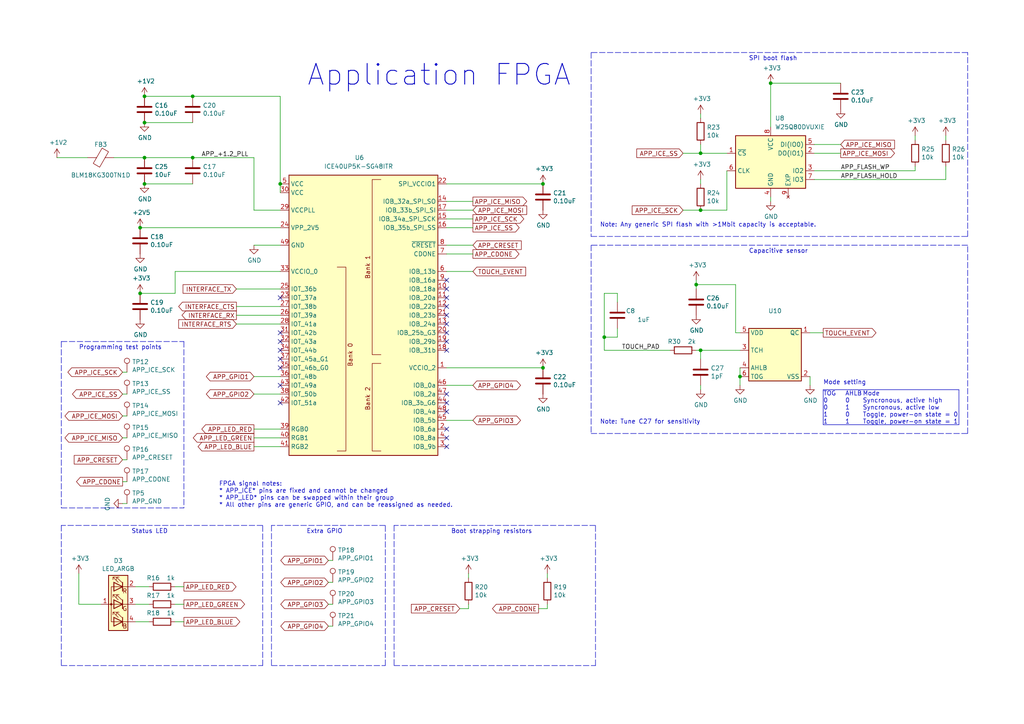
<source format=kicad_sch>
(kicad_sch (version 20211123) (generator eeschema)
  (paper "A4")
  (title_block (title "Application FPGA") (date "2021-11-14") (rev "V1") (company "Tillitis AB") (comment 1 "2022"))
  (lib_symbols
    (symbol "Connector:TestPoint" (pin_numbers hide) (pin_names (offset 0.762) hide)
      (property "Reference" "TP" (at 0 6.858 0))
      (property "Value" "TestPoint" (at 0 5.08 0))
      (symbol "TestPoint_0_1"
        (circle (center 0 3.302) (radius 0.762))
      )
      (symbol "TestPoint_1_1"
        (pin passive line (at 0 0 90) (length 2.54) (name "1") (number "1"))
      )
    )
    (symbol "Device:C" (pin_numbers hide) (pin_names (offset 0.254))
      (property "Reference" "C" (at 0.635 2.54 0))
      (property "Value" "C" (at 0.635 -2.54 0))
      (symbol "C_0_1"
        (polyline (pts (xy -2.032 -0.762) (xy 2.032 -0.762)) (stroke (width 0.508)))
        (polyline (pts (xy -2.032 0.762) (xy 2.032 0.762)) (stroke (width 0.508)))
      )
      (symbol "C_1_1"
        (pin passive line (at 0 3.81 270) (length 2.794) (name "~") (number "1"))
        (pin passive line (at 0 -3.81 90) (length 2.794) (name "~") (number "2"))
      )
    )
    (symbol "Device:R" (pin_numbers hide) (pin_names (offset 0))
      (property "Reference" "R" (at 2.032 0 90))
      (property "Value" "R" (at 0 0 90))
      (symbol "R_0_1"
        (rectangle (start -1.016 -2.54) (end 1.016 2.54) (stroke (width 0.254)))
      )
      (symbol "R_1_1"
        (pin passive line (at 0 3.81 270) (length 1.27) (name "~") (number "1"))
        (pin passive line (at 0 -3.81 90) (length 1.27) (name "~") (number "2"))
      )
    )
    (symbol "mta1:FC-B1010RGBT-HG" (pin_names (offset 0) hide)
      (property "Reference" "D" (at 0 9.398 0))
      (property "Value" "FC-B1010RGBT-HG" (at 0 -8.89 0))
      (symbol "FC-B1010RGBT-HG_0_0"
        (text "B" (at -1.905 -6.35 0) (effects (font (size 1.27 1.27))))
        (text "G" (at -1.905 -1.27 0) (effects (font (size 1.27 1.27))))
        (text "R" (at -1.905 3.81 0) (effects (font (size 1.27 1.27))))
      )
      (symbol "FC-B1010RGBT-HG_0_1"
        (polyline (pts (xy -1.27 -5.08) (xy -2.54 -5.08)))
        (polyline (pts (xy -1.27 -5.08) (xy 1.27 -5.08)))
        (polyline (pts (xy -1.27 -3.81) (xy -1.27 -6.35)) (stroke (width 0.254)))
        (polyline (pts (xy -1.27 0) (xy -2.54 0)))
        (polyline (pts (xy -1.27 1.27) (xy -1.27 -1.27)) (stroke (width 0.254)))
        (polyline (pts (xy -1.27 5.08) (xy -2.54 5.08)))
        (polyline (pts (xy -1.27 5.08) (xy 1.27 5.08)))
        (polyline (pts (xy -1.27 6.35) (xy -1.27 3.81)) (stroke (width 0.254)))
        (polyline (pts (xy 1.27 0) (xy -1.27 0)))
        (polyline (pts (xy 1.27 0) (xy 2.54 0)))
        (polyline (pts (xy -1.27 1.27) (xy -1.27 -1.27) (xy -1.27 -1.27)))
        (polyline (pts (xy -1.27 6.35) (xy -1.27 3.81) (xy -1.27 3.81)))
        (polyline (pts (xy 1.27 -5.08) (xy 2.032 -5.08) (xy 2.032 5.08) (xy 1.27 5.08)))
        (polyline (pts (xy 1.27 -3.81) (xy 1.27 -6.35) (xy -1.27 -5.08) (xy 1.27 -3.81)) (stroke (width 0.254)))
        (polyline (pts (xy 1.27 1.27) (xy 1.27 -1.27) (xy -1.27 0) (xy 1.27 1.27)) (stroke (width 0.254)))
        (polyline (pts (xy 1.27 6.35) (xy 1.27 3.81) (xy -1.27 5.08) (xy 1.27 6.35)) (stroke (width 0.254)))
        (polyline (pts (xy -1.016 -3.81) (xy 0.508 -2.286) (xy -0.254 -2.286) (xy 0.508 -2.286) (xy 0.508 -3.048)))
        (polyline (pts (xy -1.016 1.27) (xy 0.508 2.794) (xy -0.254 2.794) (xy 0.508 2.794) (xy 0.508 2.032)))
        (polyline (pts (xy -1.016 6.35) (xy 0.508 7.874) (xy -0.254 7.874) (xy 0.508 7.874) (xy 0.508 7.112)))
        (polyline (pts (xy 0 -3.81) (xy 1.524 -2.286) (xy 0.762 -2.286) (xy 1.524 -2.286) (xy 1.524 -3.048)))
        (polyline (pts (xy 0 1.27) (xy 1.524 2.794) (xy 0.762 2.794) (xy 1.524 2.794) (xy 1.524 2.032)))
        (polyline (pts (xy 0 6.35) (xy 1.524 7.874) (xy 0.762 7.874) (xy 1.524 7.874) (xy 1.524 7.112)))
        (rectangle (start 1.27 -1.27) (end 1.27 1.27))
        (rectangle (start 1.27 1.27) (end 1.27 1.27))
        (rectangle (start 1.27 3.81) (end 1.27 6.35))
        (rectangle (start 1.27 6.35) (end 1.27 6.35))
        (circle (center 2.032 0) (radius 0.254) (fill (type outline)))
        (rectangle (start 2.794 8.382) (end -2.794 -7.62) (stroke (width 0.254)) (fill (type background)))
      )
      (symbol "FC-B1010RGBT-HG_1_1"
        (pin passive line (at 5.08 0 180) (length 2.54) (name "A") (number "1"))
        (pin passive line (at -5.08 5.08 0) (length 2.54) (name "RK") (number "2"))
        (pin passive line (at -5.08 0 0) (length 2.54) (name "GK") (number "3"))
        (pin passive line (at -5.08 -5.08 0) (length 2.54) (name "BK") (number "4"))
      )
    )
    (symbol "mta1:Ferrite_Bead-Device" (pin_numbers hide) (pin_names (offset 0))
      (property "Reference" "FB" (at -3.81 0.635 90))
      (property "Value" "Ferrite_Bead-Device" (at 3.81 0 90))
      (symbol "Ferrite_Bead-Device_0_1"
        (polyline (pts (xy 0 -1.27) (xy 0 -1.2192)))
        (polyline (pts (xy 0 1.27) (xy 0 1.2954)))
        (polyline (pts (xy -2.7686 0.4064) (xy -1.7018 2.2606) (xy 2.7686 -0.3048) (xy 1.6764 -2.159) (xy -2.7686 0.4064)))
      )
      (symbol "Ferrite_Bead-Device_1_1"
        (pin passive line (at 0 3.81 270) (length 2.54) (name "~") (number "1"))
        (pin passive line (at 0 -3.81 90) (length 2.54) (name "~") (number "2"))
      )
    )
    (symbol "mta1:ICE40UP5K-SG48ITR"
      (property "Reference" "U" (at -24.13 -44.45 0))
      (property "Value" "ICE40UP5K-SG48ITR" (at -15.24 -46.99 0))
      (symbol "ICE40UP5K-SG48ITR_0_0"
        (polyline (pts (xy -6.35 13.97) (xy -3.81 13.97) (xy -3.81 -39.37) (xy -6.35 -39.37)))
        (polyline (pts (xy 6.35 -39.37) (xy 3.81 -39.37) (xy 3.81 -13.97) (xy 6.35 -13.97)))
        (polyline (pts (xy 6.35 -11.43) (xy 3.81 -11.43) (xy 3.81 39.37) (xy 6.35 39.37)))
        (text "Bank 0" (at -2.54 -11.43 900) (effects (font (size 1.27 1.27))))
        (text "Bank 1" (at 2.54 13.97 900) (effects (font (size 1.27 1.27))))
        (text "Bank 2" (at 2.54 -24.13 900) (effects (font (size 1.27 1.27))))
      )
      (symbol "ICE40UP5K-SG48ITR_1_1"
        (rectangle (start -20.32 40.64) (end 22.86 -40.64) (stroke (width 0.254)) (fill (type background)))
        (pin power_in line (at 25.4 -15.24 180) (length 2.54) (name "VCCIO_2") (number "1"))
        (pin bidirectional line (at 25.4 7.62 180) (length 2.54) (name "IOB_18a") (number "10"))
        (pin bidirectional line (at 25.4 5.08 180) (length 2.54) (name "IOB_20a") (number "11"))
        (pin bidirectional line (at 25.4 2.54 180) (length 2.54) (name "IOB_22b") (number "12"))
        (pin bidirectional line (at 25.4 -2.54 180) (length 2.54) (name "IOB_24a") (number "13"))
        (pin bidirectional line (at 25.4 33.02 180) (length 2.54) (name "IOB_32a_SPI_SO") (number "14"))
        (pin bidirectional line (at 25.4 27.94 180) (length 2.54) (name "IOB_34a_SPI_SCK") (number "15"))
        (pin bidirectional line (at 25.4 25.4 180) (length 2.54) (name "IOB_35b_SPI_SS") (number "16"))
        (pin bidirectional line (at 25.4 30.48 180) (length 2.54) (name "IOB_33b_SPI_SI") (number "17"))
        (pin bidirectional line (at 25.4 -10.16 180) (length 2.54) (name "IOB_31b") (number "18"))
        (pin bidirectional line (at 25.4 -7.62 180) (length 2.54) (name "IOB_29b") (number "19"))
        (pin bidirectional line (at 25.4 -33.02 180) (length 2.54) (name "IOB_6a") (number "2"))
        (pin bidirectional line (at 25.4 -5.08 180) (length 2.54) (name "IOB_25b_G3") (number "20"))
        (pin bidirectional line (at 25.4 0 180) (length 2.54) (name "IOB_23b") (number "21"))
        (pin power_in line (at 25.4 38.1 180) (length 2.54) (name "SPI_VCCIO1") (number "22"))
        (pin bidirectional line (at -22.86 5.08 0) (length 2.54) (name "IOT_37a") (number "23"))
        (pin power_in line (at -22.86 25.4 0) (length 2.54) (name "VPP_2V5") (number "24"))
        (pin bidirectional line (at -22.86 7.62 0) (length 2.54) (name "IOT_36b") (number "25"))
        (pin bidirectional line (at -22.86 0 0) (length 2.54) (name "IOT_39a") (number "26"))
        (pin bidirectional line (at -22.86 2.54 0) (length 2.54) (name "IOT_38b") (number "27"))
        (pin bidirectional line (at -22.86 -2.54 0) (length 2.54) (name "IOT_41a") (number "28"))
        (pin power_in line (at -22.86 30.48 0) (length 2.54) (name "VCCPLL") (number "29"))
        (pin bidirectional line (at 25.4 -38.1 180) (length 2.54) (name "IOB_9b") (number "3"))
        (pin power_in line (at -22.86 35.56 0) (length 2.54) (name "VCC") (number "30"))
        (pin bidirectional line (at -22.86 -5.08 0) (length 2.54) (name "IOT_42b") (number "31"))
        (pin bidirectional line (at -22.86 -7.62 0) (length 2.54) (name "IOT_43a") (number "32"))
        (pin power_in line (at -22.86 12.7 0) (length 2.54) (name "VCCIO_0") (number "33"))
        (pin bidirectional line (at -22.86 -10.16 0) (length 2.54) (name "IOT_44b") (number "34"))
        (pin bidirectional line (at -22.86 -15.24 0) (length 2.54) (name "IOT_46b_G0") (number "35"))
        (pin bidirectional line (at -22.86 -17.78 0) (length 2.54) (name "IOT_48b") (number "36"))
        (pin bidirectional line (at -22.86 -12.7 0) (length 2.54) (name "IOT_45a_G1") (number "37"))
        (pin bidirectional line (at -22.86 -22.86 0) (length 2.54) (name "IOT_50b") (number "38"))
        (pin open_collector line (at -22.86 -33.02 0) (length 2.54) (name "RGB0") (number "39"))
        (pin bidirectional line (at 25.4 -35.56 180) (length 2.54) (name "IOB_8a") (number "4"))
        (pin open_collector line (at -22.86 -35.56 0) (length 2.54) (name "RGB1") (number "40"))
        (pin open_collector line (at -22.86 -38.1 0) (length 2.54) (name "RGB2") (number "41"))
        (pin bidirectional line (at -22.86 -25.4 0) (length 2.54) (name "IOT_51a") (number "42"))
        (pin bidirectional line (at -22.86 -20.32 0) (length 2.54) (name "IOT_49a") (number "43"))
        (pin bidirectional line (at 25.4 -25.4 180) (length 2.54) (name "IOB_3b_G6") (number "44"))
        (pin bidirectional line (at 25.4 -30.48 180) (length 2.54) (name "IOB_5b") (number "45"))
        (pin bidirectional line (at 25.4 -20.32 180) (length 2.54) (name "IOB_0a") (number "46"))
        (pin bidirectional line (at 25.4 -22.86 180) (length 2.54) (name "IOB_2a") (number "47"))
        (pin bidirectional line (at 25.4 -27.94 180) (length 2.54) (name "IOB_4a") (number "48"))
        (pin power_in line (at -22.86 20.32 0) (length 2.54) (name "GND") (number "49"))
        (pin power_in line (at -22.86 38.1 0) (length 2.54) (name "VCC") (number "5"))
        (pin bidirectional line (at 25.4 12.7 180) (length 2.54) (name "IOB_13b") (number "6"))
        (pin open_collector line (at 25.4 17.78 180) (length 2.54) (name "CDONE") (number "7"))
        (pin input line (at 25.4 20.32 180) (length 2.54) (name "~{CRESET}") (number "8"))
        (pin bidirectional line (at 25.4 10.16 180) (length 2.54) (name "IOB_16a") (number "9"))
      )
    )
    (symbol "mta1:PT2043AT6"
      (property "Reference" "U" (at -6.35 8.89 0))
      (property "Value" "PT2043AT6" (at -2.54 -8.89 0))
      (symbol "PT2043AT6_1_1"
        (rectangle (start -7.62 7.62) (end 7.62 -7.62) (stroke (width 0.254)) (fill (type background)))
        (pin output line (at 10.16 6.35 180) (length 2.54) (name "QC") (number "1"))
        (pin power_in line (at 10.16 -6.35 180) (length 2.54) (name "VSS") (number "2"))
        (pin input line (at -10.16 1.27 0) (length 2.54) (name "TCH") (number "3"))
        (pin input line (at -10.16 -3.81 0) (length 2.54) (name "AHLB") (number "4"))
        (pin power_in line (at -10.16 6.35 0) (length 2.54) (name "VDD") (number "5"))
        (pin input line (at -10.16 -6.35 0) (length 2.54) (name "TOG") (number "6"))
      )
    )
    (symbol "mta1:W25Q80DVUXIE"
      (property "Reference" "U" (at -8.89 8.89 0))
      (property "Value" "W25Q80DVUXIE" (at 7.62 8.89 0))
      (symbol "W25Q80DVUXIE_0_1"
        (rectangle (start -10.16 7.62) (end 10.16 -7.62) (stroke (width 0.254)) (fill (type background)))
      )
      (symbol "W25Q80DVUXIE_1_1"
        (pin input line (at -12.7 2.54 0) (length 2.54) (name "~{CS}") (number "1"))
        (pin bidirectional line (at 12.7 2.54 180) (length 2.54) (name "DO(IO1)") (number "2"))
        (pin bidirectional line (at 12.7 -2.54 180) (length 2.54) (name "IO2") (number "3"))
        (pin power_in line (at 0 -10.16 90) (length 2.54) (name "GND") (number "4"))
        (pin bidirectional line (at 12.7 5.08 180) (length 2.54) (name "DI(IO0)") (number "5"))
        (pin input line (at -12.7 -2.54 0) (length 2.54) (name "CLK") (number "6"))
        (pin bidirectional line (at 12.7 -5.08 180) (length 2.54) (name "IO3") (number "7"))
        (pin power_in line (at 0 10.16 270) (length 2.54) (name "VCC") (number "8"))
        (pin no_connect line (at 5.08 -10.16 90) (length 2.54) (name "EXP") (number "9"))
      )
    )
    (symbol "power:+1V2" (power) (pin_names (offset 0))
      (property "Value" "+1V2" (at 0 3.556 0))
      (symbol "+1V2_0_1"
        (polyline (pts (xy -0.762 1.27) (xy 0 2.54)))
        (polyline (pts (xy 0 0) (xy 0 2.54)))
        (polyline (pts (xy 0 2.54) (xy 0.762 1.27)))
      )
      (symbol "+1V2_1_1"
        (pin power_in line (at 0 0 90) (length 0) hide (name "+1V2") (number "1"))
      )
    )
    (symbol "power:+2V5" (power) (pin_names (offset 0))
      (property "Value" "+2V5" (at 0 3.556 0))
      (symbol "+2V5_0_1"
        (polyline (pts (xy -0.762 1.27) (xy 0 2.54)))
        (polyline (pts (xy 0 0) (xy 0 2.54)))
        (polyline (pts (xy 0 2.54) (xy 0.762 1.27)))
      )
      (symbol "+2V5_1_1"
        (pin power_in line (at 0 0 90) (length 0) hide (name "+2V5") (number "1"))
      )
    )
    (symbol "power:+3.3V" (power) (pin_names (offset 0))
      (property "Value" "+3.3V" (at 0 3.556 0))
      (symbol "+3.3V_0_1"
        (polyline (pts (xy -0.762 1.27) (xy 0 2.54)))
        (polyline (pts (xy 0 0) (xy 0 2.54)))
        (polyline (pts (xy 0 2.54) (xy 0.762 1.27)))
      )
      (symbol "+3.3V_1_1"
        (pin power_in line (at 0 0 90) (length 0) hide (name "+3V3") (number "1"))
      )
    )
    (symbol "power:GND" (power) (pin_names (offset 0))
      (property "Value" "GND" (at 0 -3.81 0))
      (symbol "GND_0_1"
        (polyline (pts (xy 0 0) (xy 0 -1.27) (xy 1.27 -1.27) (xy 0 -2.54) (xy -1.27 -1.27) (xy 0 -1.27)))
      )
      (symbol "GND_1_1"
        (pin power_in line (at 0 0 270) (length 0) hide (name "GND") (number "1"))
      )
    )
  )
  (junction (at 201.93 82.55))
  (junction (at 223.52 24.13))
  (junction (at 214.63 109.22))
  (junction (at 203.2 60.96))
  (junction (at 40.64 85.09))
  (junction (at 41.91 27.94))
  (junction (at 81.28 53.34))
  (junction (at 55.88 27.94))
  (junction (at 203.2 101.6))
  (junction (at 41.91 35.56))
  (junction (at 41.91 53.34))
  (junction (at 41.91 45.72))
  (junction (at 175.26 97.79))
  (junction (at 40.64 66.04))
  (junction (at 157.48 106.68))
  (junction (at 55.88 45.72))
  (junction (at 203.2 44.45))
  (junction (at 157.48 53.34))
  (no_connect (at 129.54 86.36))
  (no_connect (at 129.54 127))
  (no_connect (at 129.54 124.46))
  (no_connect (at 129.54 119.38))
  (no_connect (at 81.28 104.14))
  (no_connect (at 129.54 129.54))
  (no_connect (at 129.54 93.98))
  (no_connect (at 81.28 86.36))
  (no_connect (at 81.28 99.06))
  (no_connect (at 81.28 106.68))
  (no_connect (at 81.28 101.6))
  (no_connect (at 81.28 116.84))
  (no_connect (at 81.28 111.76))
  (no_connect (at 129.54 116.84))
  (no_connect (at 129.54 83.82))
  (no_connect (at 129.54 81.28))
  (no_connect (at 129.54 101.6))
  (no_connect (at 129.54 91.44))
  (no_connect (at 129.54 96.52))
  (no_connect (at 129.54 99.06))
  (no_connect (at 81.28 96.52))
  (no_connect (at 129.54 114.3))
  (no_connect (at 129.54 88.9))
  (wire (pts (xy 50.8 78.74) (xy 50.8 85.09)))
  (wire (pts (xy 73.66 45.72) (xy 73.66 60.96)))
  (polyline (pts (xy 17.78 99.06) (xy 53.34 99.06)))
  (wire (pts (xy 210.82 44.45) (xy 203.2 44.45)))
  (wire (pts (xy 39.37 175.26) (xy 43.18 175.26)))
  (wire (pts (xy 223.52 36.83) (xy 223.52 24.13)))
  (wire (pts (xy 213.36 96.52) (xy 214.63 96.52)))
  (wire (pts (xy 55.88 53.34) (xy 41.91 53.34)))
  (wire (pts (xy 68.58 83.82) (xy 81.28 83.82)))
  (wire (pts (xy 203.2 41.91) (xy 203.2 44.45)))
  (wire (pts (xy 214.63 106.68) (xy 214.63 109.22)))
  (polyline (pts (xy 280.67 125.73) (xy 280.67 71.12)))
  (wire (pts (xy 203.2 111.76) (xy 203.2 113.03)))
  (polyline (pts (xy 238.76 113.03) (xy 238.76 123.19)) (stroke (width 0) (type solid)))
  (wire (pts (xy 137.16 78.74) (xy 129.54 78.74)))
  (wire (pts (xy 175.26 97.79) (xy 179.07 97.79)))
  (wire (pts (xy 81.28 27.94) (xy 55.88 27.94)))
  (wire (pts (xy 213.36 82.55) (xy 213.36 96.52)))
  (wire (pts (xy 95.25 168.91) (xy 96.52 168.91)))
  (wire (pts (xy 223.52 58.42) (xy 223.52 57.15)))
  (wire (pts (xy 81.28 109.22) (xy 73.66 109.22)))
  (wire (pts (xy 201.93 82.55) (xy 213.36 82.55)))
  (wire (pts (xy 55.88 45.72) (xy 41.91 45.72)))
  (wire (pts (xy 274.32 48.26) (xy 274.32 52.07)))
  (wire (pts (xy 214.63 109.22) (xy 214.63 111.76)))
  (wire (pts (xy 81.28 27.94) (xy 81.28 53.34)))
  (wire (pts (xy 198.12 44.45) (xy 203.2 44.45)))
  (wire (pts (xy 68.58 91.44) (xy 81.28 91.44)))
  (polyline (pts (xy 76.2 152.4) (xy 17.78 152.4)))
  (wire (pts (xy 133.35 176.53) (xy 135.89 176.53)))
  (wire (pts (xy 55.88 35.56) (xy 41.91 35.56)))
  (polyline (pts (xy 17.78 99.06) (xy 17.78 147.32)))
  (polyline (pts (xy 171.45 125.73) (xy 280.67 125.73)))
  (wire (pts (xy 35.56 107.95) (xy 36.83 107.95)))
  (wire (pts (xy 203.2 60.96) (xy 198.12 60.96)))
  (wire (pts (xy 137.16 58.42) (xy 129.54 58.42)))
  (wire (pts (xy 243.84 41.91) (xy 236.22 41.91)))
  (wire (pts (xy 73.66 124.46) (xy 81.28 124.46)))
  (wire (pts (xy 175.26 85.09) (xy 175.26 97.79)))
  (polyline (pts (xy 76.2 193.04) (xy 76.2 152.4)))
  (wire (pts (xy 203.2 33.02) (xy 203.2 34.29)))
  (wire (pts (xy 158.75 166.37) (xy 158.75 167.64)))
  (wire (pts (xy 203.2 52.07) (xy 203.2 53.34)))
  (polyline (pts (xy 17.78 193.04) (xy 76.2 193.04)))
  (wire (pts (xy 129.54 60.96) (xy 137.16 60.96)))
  (wire (pts (xy 156.21 176.53) (xy 158.75 176.53)))
  (wire (pts (xy 55.88 45.72) (xy 73.66 45.72)))
  (wire (pts (xy 201.93 82.55) (xy 201.93 83.82)))
  (polyline (pts (xy 114.3 152.4) (xy 114.3 193.04)))
  (polyline (pts (xy 171.45 71.12) (xy 171.45 125.73)))
  (wire (pts (xy 135.89 175.26) (xy 135.89 176.53)))
  (wire (pts (xy 265.43 39.37) (xy 265.43 40.64)))
  (wire (pts (xy 81.28 114.3) (xy 73.66 114.3)))
  (wire (pts (xy 35.56 127) (xy 36.83 127)))
  (wire (pts (xy 39.37 170.18) (xy 43.18 170.18)))
  (wire (pts (xy 68.58 88.9) (xy 81.28 88.9)))
  (wire (pts (xy 179.07 97.79) (xy 179.07 95.25)))
  (wire (pts (xy 35.56 120.65) (xy 36.83 120.65)))
  (wire (pts (xy 50.8 175.26) (xy 53.34 175.26)))
  (wire (pts (xy 265.43 49.53) (xy 236.22 49.53)))
  (polyline (pts (xy 114.3 193.04) (xy 172.72 193.04)))
  (wire (pts (xy 40.64 66.04) (xy 81.28 66.04)))
  (wire (pts (xy 137.16 111.76) (xy 129.54 111.76)))
  (wire (pts (xy 265.43 48.26) (xy 265.43 49.53)))
  (wire (pts (xy 137.16 73.66) (xy 129.54 73.66)))
  (wire (pts (xy 179.07 85.09) (xy 179.07 87.63)))
  (polyline (pts (xy 280.67 68.58) (xy 280.67 15.24)))
  (wire (pts (xy 55.88 27.94) (xy 41.91 27.94)))
  (wire (pts (xy 129.54 66.04) (xy 137.16 66.04)))
  (polyline (pts (xy 238.76 113.03) (xy 278.13 113.03)) (stroke (width 0) (type solid)))
  (wire (pts (xy 210.82 60.96) (xy 210.82 49.53)))
  (wire (pts (xy 137.16 63.5) (xy 129.54 63.5)))
  (wire (pts (xy 137.16 71.12) (xy 129.54 71.12)))
  (wire (pts (xy 203.2 101.6) (xy 203.2 104.14)))
  (wire (pts (xy 50.8 180.34) (xy 53.34 180.34)))
  (wire (pts (xy 234.95 111.76) (xy 234.95 109.22)))
  (wire (pts (xy 243.84 24.13) (xy 223.52 24.13)))
  (wire (pts (xy 158.75 175.26) (xy 158.75 176.53)))
  (wire (pts (xy 157.48 53.34) (xy 129.54 53.34)))
  (wire (pts (xy 236.22 44.45) (xy 243.84 44.45)))
  (polyline (pts (xy 171.45 15.24) (xy 171.45 68.58)))
  (polyline (pts (xy 53.34 99.06) (xy 53.34 147.32)))
  (wire (pts (xy 95.25 181.61) (xy 96.52 181.61)))
  (wire (pts (xy 274.32 39.37) (xy 274.32 40.64)))
  (wire (pts (xy 210.82 60.96) (xy 203.2 60.96)))
  (wire (pts (xy 68.58 93.98) (xy 81.28 93.98)))
  (wire (pts (xy 33.02 45.72) (xy 41.91 45.72)))
  (wire (pts (xy 35.56 114.3) (xy 36.83 114.3)))
  (wire (pts (xy 22.86 175.26) (xy 22.86 166.37)))
  (wire (pts (xy 135.89 166.37) (xy 135.89 167.64)))
  (polyline (pts (xy 278.13 123.19) (xy 238.76 123.19)) (stroke (width 0) (type solid)))
  (wire (pts (xy 39.37 180.34) (xy 43.18 180.34)))
  (wire (pts (xy 73.66 127) (xy 81.28 127)))
  (polyline (pts (xy 78.74 193.04) (xy 111.76 193.04)))
  (wire (pts (xy 29.21 175.26) (xy 22.86 175.26)))
  (polyline (pts (xy 78.74 152.4) (xy 78.74 193.04)))
  (polyline (pts (xy 111.76 152.4) (xy 78.74 152.4)))
  (wire (pts (xy 95.25 175.26) (xy 96.52 175.26)))
  (wire (pts (xy 201.93 81.28) (xy 201.93 82.55)))
  (polyline (pts (xy 171.45 68.58) (xy 280.67 68.58)))
  (wire (pts (xy 73.66 71.12) (xy 81.28 71.12)))
  (wire (pts (xy 81.28 53.34) (xy 81.28 55.88)))
  (wire (pts (xy 234.95 96.52) (xy 238.76 96.52)))
  (polyline (pts (xy 280.67 71.12) (xy 171.45 71.12)))
  (polyline (pts (xy 17.78 152.4) (xy 17.78 193.04)))
  (polyline (pts (xy 17.78 147.32) (xy 53.34 147.32)))
  (wire (pts (xy 236.22 52.07) (xy 274.32 52.07)))
  (wire (pts (xy 95.25 162.56) (xy 96.52 162.56)))
  (polyline (pts (xy 111.76 193.04) (xy 111.76 152.4)))
  (wire (pts (xy 129.54 121.92) (xy 137.16 121.92)))
  (wire (pts (xy 157.48 106.68) (xy 129.54 106.68)))
  (wire (pts (xy 203.2 101.6) (xy 214.63 101.6)))
  (wire (pts (xy 40.64 85.09) (xy 50.8 85.09)))
  (polyline (pts (xy 278.13 113.03) (xy 278.13 123.19)) (stroke (width 0) (type solid)))
  (polyline (pts (xy 172.72 193.04) (xy 172.72 152.4)))
  (wire (pts (xy 50.8 170.18) (xy 53.34 170.18)))
  (wire (pts (xy 175.26 101.6) (xy 194.31 101.6)))
  (wire (pts (xy 201.93 101.6) (xy 203.2 101.6)))
  (wire (pts (xy 81.28 60.96) (xy 73.66 60.96)))
  (wire (pts (xy 73.66 129.54) (xy 81.28 129.54)))
  (wire (pts (xy 175.26 97.79) (xy 175.26 101.6)))
  (wire (pts (xy 50.8 78.74) (xy 81.28 78.74)))
  (wire (pts (xy 35.56 133.35) (xy 36.83 133.35)))
  (polyline (pts (xy 280.67 15.24) (xy 171.45 15.24)))
  (wire (pts (xy 179.07 85.09) (xy 175.26 85.09)))
  (wire (pts (xy 35.56 146.05) (xy 36.83 146.05)))
  (polyline (pts (xy 172.72 152.4) (xy 114.3 152.4)))
  (wire (pts (xy 16.51 45.72) (xy 25.4 45.72)))
  (wire (pts (xy 35.56 139.7) (xy 36.83 139.7)))
  (text "Application FPGA" (at 88.9 25.4 0) (effects (font (size 6 6) (thickness 0.254) bold) (justify left bottom)))
  (text "Mode\nSyncronous, active high\nSyncronous, active low\nToggle, power-on state = 0\nToggle, power-on state = 1" (at 250.19 123.19 0) (effects (font (size 1.27 1.27)) (justify left bottom)))
  (text "Capacitive sensor" (at 217.17 73.66 0) (effects (font (size 1.27 1.27)) (justify left bottom)))
  (text "SPI boot flash" (at 217.17 17.78 0) (effects (font (size 1.27 1.27)) (justify left bottom)))
  (text "FPGA signal notes:\n* APP_ICE* pins are fixed and cannot be changed\n* APP_LED* pins can be swapped within their group\n* All other pins are generic GPIO, and can be reassigned as needed." (at 63.5 147.32 0) (effects (font (size 1.27 1.27)) (justify left bottom)))
  (text "Boot strapping resistors" (at 130.81 154.94 0) (effects (font (size 1.27 1.27)) (justify left bottom)))
  (text "AHLB\n0\n1\n0\n1" (at 245.11 123.19 0) (effects (font (size 1.27 1.27)) (justify left bottom)))
  (text "Status LED" (at 38.1 154.94 0) (effects (font (size 1.27 1.27)) (justify left bottom)))
  (text "Note: Tune C27 for sensitivity" (at 173.99 123.19 0) (effects (font (size 1.27 1.27)) (justify left bottom)))
  (text "Programming test points" (at 22.86 101.6 0) (effects (font (size 1.27 1.27)) (justify left bottom)))
  (text "Mode setting" (at 238.76 111.76 0) (effects (font (size 1.27 1.27)) (justify left bottom)))
  (text "Note: Any generic SPI flash with >1Mbit capacity is acceptable." (at 173.99 66.04 0) (effects (font (size 1.27 1.27)) (justify left bottom)))
  (text "Extra GPIO" (at 88.9 154.94 0) (effects (font (size 1.27 1.27)) (justify left bottom)))
  (text "TOG\n0\n0\n1\n1" (at 238.76 123.19 0) (effects (font (size 1.27 1.27)) (justify left bottom)))
  (label "APP_FLASH_WP" (at 243.84 49.53 0))
  (label "APP_+1.2_PLL" (at 58.42 45.72 0))
  (label "TOUCH_PAD" (at 180.34 101.6 0))
  (label "APP_FLASH_HOLD" (at 243.84 52.07 0))
  (global_label "APP_ICE_SCK" (shape input) (at 198.12 60.96 180) (property "Intersheet References" "${INTERSHEET_REFS}" (effects hide)))
  (global_label "APP_ICE_MOSI" (shape output) (at 243.84 44.45 0) (property "Intersheet References" "${INTERSHEET_REFS}" (effects hide)))
  (global_label "APP_LED_RED" (shape output) (at 73.66 124.46 180) (property "Intersheet References" "${INTERSHEET_REFS}" (effects hide)))
  (global_label "APP_GPIO1" (shape bidirectional) (at 95.25 162.56 180) (property "Intersheet References" "${INTERSHEET_REFS}" (effects hide)))
  (global_label "INTERFACE_RTS" (shape input) (at 68.58 93.98 180) (property "Intersheet References" "${INTERSHEET_REFS}" (effects hide)))
  (global_label "APP_GPIO4" (shape bidirectional) (at 95.25 181.61 180) (property "Intersheet References" "${INTERSHEET_REFS}" (effects hide)))
  (global_label "APP_CRESET" (shape input) (at 137.16 71.12 0) (property "Intersheet References" "${INTERSHEET_REFS}" (effects hide)))
  (global_label "APP_CDONE" (shape output) (at 35.56 139.7 180) (property "Intersheet References" "${INTERSHEET_REFS}" (effects hide)))
  (global_label "APP_LED_RED" (shape output) (at 53.34 170.18 0) (property "Intersheet References" "${INTERSHEET_REFS}" (effects hide)))
  (global_label "APP_ICE_MISO" (shape bidirectional) (at 35.56 127 180) (property "Intersheet References" "${INTERSHEET_REFS}" (effects hide)))
  (global_label "APP_CRESET" (shape input) (at 35.56 133.35 180) (property "Intersheet References" "${INTERSHEET_REFS}" (effects hide)))
  (global_label "APP_GPIO2" (shape bidirectional) (at 95.25 168.91 180) (property "Intersheet References" "${INTERSHEET_REFS}" (effects hide)))
  (global_label "APP_ICE_SCK" (shape output) (at 137.16 63.5 0) (property "Intersheet References" "${INTERSHEET_REFS}" (effects hide)))
  (global_label "APP_GPIO1" (shape bidirectional) (at 73.66 109.22 180) (property "Intersheet References" "${INTERSHEET_REFS}" (effects hide)))
  (global_label "APP_GPIO4" (shape bidirectional) (at 137.16 111.76 0) (property "Intersheet References" "${INTERSHEET_REFS}" (effects hide)))
  (global_label "TOUCH_EVENT" (shape input) (at 137.16 78.74 0) (property "Intersheet References" "${INTERSHEET_REFS}" (effects hide)))
  (global_label "APP_CDONE" (shape output) (at 137.16 73.66 0) (property "Intersheet References" "${INTERSHEET_REFS}" (effects hide)))
  (global_label "INTERFACE_TX" (shape input) (at 68.58 83.82 180) (property "Intersheet References" "${INTERSHEET_REFS}" (effects hide)))
  (global_label "APP_ICE_SS" (shape input) (at 198.12 44.45 180) (property "Intersheet References" "${INTERSHEET_REFS}" (effects hide)))
  (global_label "APP_ICE_MISO" (shape output) (at 137.16 58.42 0) (property "Intersheet References" "${INTERSHEET_REFS}" (effects hide)))
  (global_label "APP_LED_GREEN" (shape output) (at 53.34 175.26 0) (property "Intersheet References" "${INTERSHEET_REFS}" (effects hide)))
  (global_label "APP_LED_GREEN" (shape output) (at 73.66 127 180) (property "Intersheet References" "${INTERSHEET_REFS}" (effects hide)))
  (global_label "APP_GPIO3" (shape bidirectional) (at 95.25 175.26 180) (property "Intersheet References" "${INTERSHEET_REFS}" (effects hide)))
  (global_label "APP_CRESET" (shape input) (at 133.35 176.53 180) (property "Intersheet References" "${INTERSHEET_REFS}" (effects hide)))
  (global_label "APP_GPIO2" (shape bidirectional) (at 73.66 114.3 180) (property "Intersheet References" "${INTERSHEET_REFS}" (effects hide)))
  (global_label "APP_LED_BLUE" (shape output) (at 53.34 180.34 0) (property "Intersheet References" "${INTERSHEET_REFS}" (effects hide)))
  (global_label "APP_GPIO3" (shape bidirectional) (at 137.16 121.92 0) (property "Intersheet References" "${INTERSHEET_REFS}" (effects hide)))
  (global_label "APP_ICE_SS" (shape output) (at 137.16 66.04 0) (property "Intersheet References" "${INTERSHEET_REFS}" (effects hide)))
  (global_label "INTERFACE_CTS" (shape output) (at 68.58 88.9 180) (property "Intersheet References" "${INTERSHEET_REFS}" (effects hide)))
  (global_label "APP_ICE_MOSI" (shape bidirectional) (at 35.56 120.65 180) (property "Intersheet References" "${INTERSHEET_REFS}" (effects hide)))
  (global_label "APP_ICE_MOSI" (shape input) (at 137.16 60.96 0) (property "Intersheet References" "${INTERSHEET_REFS}" (effects hide)))
  (global_label "TOUCH_EVENT" (shape output) (at 238.76 96.52 0) (property "Intersheet References" "${INTERSHEET_REFS}" (effects hide)))
  (global_label "INTERFACE_RX" (shape output) (at 68.58 91.44 180) (property "Intersheet References" "${INTERSHEET_REFS}" (effects hide)))
  (global_label "APP_LED_BLUE" (shape output) (at 73.66 129.54 180) (property "Intersheet References" "${INTERSHEET_REFS}" (effects hide)))
  (global_label "APP_ICE_MISO" (shape input) (at 243.84 41.91 0) (property "Intersheet References" "${INTERSHEET_REFS}" (effects hide)))
  (global_label "APP_CDONE" (shape output) (at 156.21 176.53 180) (property "Intersheet References" "${INTERSHEET_REFS}" (effects hide)))
  (global_label "APP_ICE_SCK" (shape bidirectional) (at 35.56 107.95 180) (property "Intersheet References" "${INTERSHEET_REFS}" (effects hide)))
  (global_label "APP_ICE_SS" (shape bidirectional) (at 35.56 114.3 180) (property "Intersheet References" "${INTERSHEET_REFS}" (effects hide)))
  (symbol (lib_id "mta1:ICE40UP5K-SG48ITR") (at 104.14 91.44 0) (unit 1)
    (property "Reference" "U6" (at 102.87 45.72 0) (effects (justify left)))
    (property "Value" "ICE40UP5K-SG48ITR" (at 93.98 48.26 0) (effects (justify left)))
    (property "Footprint" "Package_DFN_QFN:QFN-48-1EP_7x7mm_P0.5mm_EP5.6x5.6mm" (effects hide))
    (property "Datasheet" "http://www.latticesemi.com/Products/FPGAandCPLD/iCE40Ultra" (effects hide))
    (property "Manufacturer" "Lattice" (effects hide))
    (property "Manufacturer Part Number" "ICE40UP5K-SG48ITR" (effects hide))
    (property "Supplier" "Digikey" (effects hide))
    (property "Supplier Part Number" "220-2145-2-ND" (effects hide))
  )
  (symbol (lib_id "Device:R") (at 135.89 171.45 0) (unit 1)
    (property "Reference" "R20" (at 137.668 170.2816 0) (effects (justify left)))
    (property "Value" "10k" (at 137.668 172.593 0) (effects (justify left)))
    (property "Footprint" "mta1:ERJ2G(0402)_L" (effects hide))
    (property "Manufacturer" "Any/not critical" (effects hide))
    (property "Extended Value" "1/16W,5%" (effects hide))
  )
  (symbol (lib_id "Device:R") (at 158.75 171.45 0) (unit 1)
    (property "Reference" "R19" (at 160.528 170.2816 0) (effects (justify left)))
    (property "Value" "10k" (at 160.528 172.593 0) (effects (justify left)))
    (property "Footprint" "mta1:ERJ2G(0402)_L" (effects hide))
    (property "Manufacturer" "Any/not critical" (effects hide))
    (property "Extended Value" "1/16W,5%" (effects hide))
  )
  (symbol (lib_id "power:+3.3V") (at 158.75 166.37 0) (unit 1)
    (property "Reference" "#PWR049" (effects hide))
    (property "Value" "+3.3V" (at 159.131 161.9758 0))
  )
  (symbol (lib_id "power:+2V5") (at 40.64 66.04 0) (unit 1)
    (property "Reference" "#PWR040" (effects hide))
    (property "Value" "+2V5" (at 41.021 61.6458 0))
  )
  (symbol (lib_id "power:+1V2") (at 41.91 27.94 0) (unit 1)
    (property "Reference" "#PWR038" (effects hide))
    (property "Value" "+1V2" (at 42.291 23.5458 0))
  )
  (symbol (lib_id "power:GND") (at 41.91 35.56 0) (unit 1)
    (property "Reference" "#GND022" (effects hide))
    (property "Value" "GND" (at 42.037 39.9542 0))
  )
  (symbol (lib_id "power:GND") (at 41.91 53.34 0) (unit 1)
    (property "Reference" "#GND023" (effects hide))
    (property "Value" "GND" (at 42.037 57.7342 0))
  )
  (symbol (lib_id "Device:C") (at 157.48 57.15 0) (unit 1)
    (property "Reference" "C21" (at 160.401 55.9816 0) (effects (justify left)))
    (property "Value" "0.10uF" (at 160.401 58.293 0) (effects (justify left)))
    (property "Footprint" "mta1:CAPC1005X06L" (effects hide))
    (property "Manufacturer" "Any/not critical" (effects hide))
    (property "Extended Value" "16V,X5R,20%" (effects hide))
  )
  (symbol (lib_id "Device:C") (at 40.64 88.9 0) (unit 1)
    (property "Reference" "C19" (at 43.561 87.7316 0) (effects (justify left)))
    (property "Value" "0.10uF" (at 43.561 90.043 0) (effects (justify left)))
    (property "Footprint" "mta1:CAPC1005X06L" (effects hide))
    (property "Manufacturer" "Any/not critical" (effects hide))
    (property "Extended Value" "16V,X5R,20%" (effects hide))
  )
  (symbol (lib_id "mta1:FC-B1010RGBT-HG") (at 34.29 175.26 0) (mirror y) (unit 1)
    (property "Reference" "D3" (at 34.29 162.6362 0))
    (property "Value" "LED_ARGB" (at 34.29 164.9476 0))
    (property "Footprint" "mta1:0402rgb-1010" (effects hide))
    (property "Manufacturer" "Foshan NationStar" (effects hide))
    (property "Manufacturer Part Number" "FC-B1010RGBT-HG" (effects hide))
    (property "Supplier" "LCSC" (effects hide))
    (property "Supplier Part Number" "C158099" (effects hide))
  )
  (symbol (lib_id "Device:R") (at 46.99 170.18 270) (unit 1)
    (property "Reference" "R16" (at 44.45 167.64 90))
    (property "Value" "1k" (at 49.53 167.64 90))
    (property "Footprint" "mta1:ERJ2G(0402)_L" (effects hide))
    (property "Manufacturer" "Any/not critical" (effects hide))
    (property "Extended Value" "1/16W,5%" (effects hide))
  )
  (symbol (lib_id "power:+3.3V") (at 22.86 166.37 0) (unit 1)
    (property "Reference" "#PWR037" (effects hide))
    (property "Value" "+3.3V" (at 23.241 161.9758 0))
  )
  (symbol (lib_id "power:+3.3V") (at 157.48 53.34 0) (unit 1)
    (property "Reference" "#PWR045" (effects hide))
    (property "Value" "+3.3V" (at 157.861 48.9458 0))
  )
  (symbol (lib_id "power:+3.3V") (at 157.48 106.68 0) (unit 1)
    (property "Reference" "#PWR046" (effects hide))
    (property "Value" "+3.3V" (at 157.861 102.2858 0))
  )
  (symbol (lib_id "power:+3.3V") (at 40.64 85.09 0) (unit 1)
    (property "Reference" "#PWR041" (effects hide))
    (property "Value" "+3.3V" (at 41.021 80.6958 0))
  )
  (symbol (lib_id "power:GND") (at 40.64 92.71 0) (unit 1)
    (property "Reference" "#GND025" (effects hide))
    (property "Value" "GND" (at 40.767 97.1042 0))
  )
  (symbol (lib_id "mta1:Ferrite_Bead-Device") (at 29.21 45.72 270) (unit 1)
    (property "Reference" "FB3" (at 29.21 41.91 90))
    (property "Value" "BLM18KG300TN1D" (at 29.21 50.8 90))
    (property "Footprint" "mta1:Ferritbead_0603_1608Metric" (effects hide))
    (property "Manufacturer" "Murata" (effects hide))
    (property "Manufacturer Part Number" "BLM18KG300TN1D" (effects hide))
    (property "Supplier" "Digikey" (effects hide))
    (property "Supplier Part Number" "490-5447-1-ND" (effects hide))
  )
  (symbol (lib_id "Device:C") (at 41.91 49.53 0) (unit 1)
    (property "Reference" "C25" (at 44.831 48.3616 0) (effects (justify left)))
    (property "Value" "10uF" (at 44.831 50.673 0) (effects (justify left)))
    (property "Footprint" "mta1:CAPC1608X09L" (effects hide))
    (property "Manufacturer" "Any/not critical" (effects hide))
    (property "Extended Value" "10V,X5R,20%" (effects hide))
  )
  (symbol (lib_id "power:+1V2") (at 16.51 45.72 0) (unit 1)
    (property "Reference" "#PWR036" (effects hide))
    (property "Value" "+1V2" (at 16.891 41.3258 0))
  )
  (symbol (lib_id "Device:C") (at 157.48 110.49 0) (unit 1)
    (property "Reference" "C22" (at 160.401 109.3216 0) (effects (justify left)))
    (property "Value" "0.10uF" (at 160.401 111.633 0) (effects (justify left)))
    (property "Footprint" "mta1:CAPC1005X06L" (effects hide))
    (property "Manufacturer" "Any/not critical" (effects hide))
    (property "Extended Value" "16V,X5R,20%" (effects hide))
  )
  (symbol (lib_id "Device:C") (at 41.91 31.75 0) (unit 1)
    (property "Reference" "C16" (at 44.831 30.5816 0) (effects (justify left)))
    (property "Value" "0.10uF" (at 44.831 32.893 0) (effects (justify left)))
    (property "Footprint" "mta1:CAPC1005X06L" (effects hide))
    (property "Manufacturer" "Any/not critical" (effects hide))
    (property "Extended Value" "16V,X5R,20%" (effects hide))
  )
  (symbol (lib_id "Device:C") (at 55.88 49.53 0) (unit 1)
    (property "Reference" "C17" (at 58.801 48.3616 0) (effects (justify left)))
    (property "Value" "0.10uF" (at 58.801 50.673 0) (effects (justify left)))
    (property "Footprint" "mta1:CAPC1005X06L" (effects hide))
    (property "Manufacturer" "Any/not critical" (effects hide))
    (property "Extended Value" "16V,X5R,20%" (effects hide))
  )
  (symbol (lib_id "power:GND") (at 40.64 73.66 0) (unit 1)
    (property "Reference" "#GND024" (effects hide))
    (property "Value" "GND" (at 40.767 78.0542 0))
  )
  (symbol (lib_id "Device:C") (at 40.64 69.85 0) (unit 1)
    (property "Reference" "C18" (at 43.561 68.6816 0) (effects (justify left)))
    (property "Value" "0.10uF" (at 43.561 70.993 0) (effects (justify left)))
    (property "Footprint" "mta1:CAPC1005X06L" (effects hide))
    (property "Manufacturer" "Any/not critical" (effects hide))
    (property "Extended Value" "16V,X5R,20%" (effects hide))
  )
  (symbol (lib_id "Device:C") (at 55.88 31.75 0) (unit 1)
    (property "Reference" "C20" (at 58.801 30.5816 0) (effects (justify left)))
    (property "Value" "0.10uF" (at 58.801 32.893 0) (effects (justify left)))
    (property "Footprint" "mta1:CAPC1005X06L" (effects hide))
    (property "Manufacturer" "Any/not critical" (effects hide))
    (property "Extended Value" "16V,X5R,20%" (effects hide))
  )
  (symbol (lib_id "Device:R") (at 46.99 175.26 270) (unit 1)
    (property "Reference" "R17" (at 44.45 172.72 90))
    (property "Value" "1k" (at 49.53 172.72 90))
    (property "Footprint" "mta1:ERJ2G(0402)_L" (effects hide))
    (property "Manufacturer" "Any/not critical" (effects hide))
    (property "Extended Value" "1/16W,5%" (effects hide))
  )
  (symbol (lib_id "Device:R") (at 46.99 180.34 270) (unit 1)
    (property "Reference" "R18" (at 44.45 177.8 90))
    (property "Value" "1k" (at 49.53 177.8 90))
    (property "Footprint" "mta1:ERJ2G(0402)_L" (effects hide))
    (property "Manufacturer" "Any/not critical" (effects hide))
    (property "Extended Value" "1/16W,5%" (effects hide))
  )
  (symbol (lib_id "power:GND") (at 157.48 114.3 0) (unit 1)
    (property "Reference" "#GND027" (effects hide))
    (property "Value" "GND" (at 157.607 118.6942 0))
  )
  (symbol (lib_id "power:GND") (at 157.48 60.96 0) (unit 1)
    (property "Reference" "#GND026" (effects hide))
    (property "Value" "GND" (at 157.607 65.3542 0))
  )
  (symbol (lib_id "Device:C") (at 179.07 91.44 180) (unit 1)
    (property "Reference" "C8" (at 182.88 90.17 0))
    (property "Value" "1uF" (at 186.69 92.71 0))
    (property "Footprint" "Capacitor_SMD:C_1206_3216Metric" (effects hide))
    (property "Extended Value" "50V,X7R,10%,1.6mm thickness" (effects hide))
    (property "Manufacturer" "TDK Corporation" (effects hide))
    (property "Manufacturer Part Number" "C3216X7R1H105K160AE" (effects hide))
    (property "Supplier" "Digikey" (effects hide))
    (property "Supplier Part Number" "445-8904-2-ND" (effects hide))
  )
  (symbol (lib_id "Connector:TestPoint") (at 36.83 127 0) (unit 1) (in_bom no)
    (property "Reference" "TP15" (at 38.3032 124.0028 0) (effects (justify left)))
    (property "Value" "APP_ICE_MISO" (at 38.3032 126.3142 0) (effects (justify left)))
    (property "Footprint" "mta1:TestPoint_Pad_D1.0mm" (effects hide))
  )
  (symbol (lib_id "power:+3.3V") (at 274.32 39.37 0) (unit 1)
    (property "Reference" "#PWR028" (effects hide))
    (property "Value" "+3.3V" (at 274.701 34.9758 0))
  )
  (symbol (lib_id "Device:C") (at 243.84 27.94 0) (unit 1)
    (property "Reference" "C23" (at 246.761 26.7716 0) (effects (justify left)))
    (property "Value" "0.10uF" (at 246.761 29.083 0) (effects (justify left)))
    (property "Footprint" "mta1:CAPC1005X06L" (effects hide))
    (property "Manufacturer" "Any/not critical" (effects hide))
    (property "Extended Value" "16V,X5R,20%" (effects hide))
  )
  (symbol (lib_id "Device:R") (at 265.43 44.45 0) (unit 1)
    (property "Reference" "R25" (at 267.208 43.2816 0) (effects (justify left)))
    (property "Value" "10k" (at 267.208 45.593 0) (effects (justify left)))
    (property "Footprint" "mta1:ERJ2G(0402)_L" (effects hide))
    (property "Manufacturer" "Any/not critical" (effects hide))
    (property "Extended Value" "1/16W,5%" (effects hide))
  )
  (symbol (lib_id "power:+3.3V") (at 265.43 39.37 0) (unit 1)
    (property "Reference" "#PWR027" (effects hide))
    (property "Value" "+3.3V" (at 265.811 34.9758 0))
  )
  (symbol (lib_id "mta1:PT2043AT6") (at 224.79 102.87 0) (unit 1)
    (property "Reference" "U10" (at 224.79 90.17 0))
    (property "Manufacturer" "PinTeng" (effects hide))
    (property "Manufacturer Part Number" "PT2043AT6" (effects hide))
    (property "Supplier" "LCSC" (effects hide))
    (property "Supplier Part Number" "C2914233" (effects hide))
  )
  (symbol (lib_id "Connector:TestPoint") (at 36.83 139.7 0) (unit 1) (in_bom no)
    (property "Reference" "TP17" (at 38.3032 136.7028 0) (effects (justify left)))
    (property "Value" "APP_CDONE" (at 38.3032 139.0142 0) (effects (justify left)))
    (property "Footprint" "mta1:TestPoint_Pad_D1.0mm" (effects hide))
  )
  (symbol (lib_id "Device:C") (at 203.2 107.95 0) (unit 1)
    (property "Reference" "C27" (at 206.121 106.7816 0) (effects (justify left)))
    (property "Value" "1pF" (at 206.121 109.093 0) (effects (justify left)))
    (property "Footprint" "mta1:CAPC1005X06L" (effects hide))
    (property "Manufacturer" "Any/not critical" (effects hide))
    (property "Extended Value" "16V,X5R,20%" (effects hide))
  )
  (symbol (lib_id "Connector:TestPoint") (at 36.83 120.65 0) (unit 1) (in_bom no)
    (property "Reference" "TP14" (at 38.3032 117.6528 0) (effects (justify left)))
    (property "Value" "APP_ICE_MOSI" (at 38.3032 119.9642 0) (effects (justify left)))
    (property "Footprint" "mta1:TestPoint_Pad_D1.0mm" (effects hide))
  )
  (symbol (lib_id "power:+3.3V") (at 203.2 33.02 0) (unit 1)
    (property "Reference" "#PWR011" (effects hide))
    (property "Value" "+3.3V" (at 203.581 28.6258 0))
  )
  (symbol (lib_id "power:GND") (at 214.63 111.76 0) (unit 1)
    (property "Reference" "#GND028" (effects hide))
    (property "Value" "GND" (at 214.757 116.1542 0))
  )
  (symbol (lib_id "power:GND") (at 201.93 91.44 0) (unit 1)
    (property "Reference" "#GND019" (effects hide))
    (property "Value" "GND" (at 202.057 95.8342 0))
  )
  (symbol (lib_id "Device:R") (at 198.12 101.6 270) (unit 1)
    (property "Reference" "R30" (at 195.58 99.06 90))
    (property "Value" "2k" (at 200.66 99.06 90))
    (property "Footprint" "mta1:ERJ2G(0402)_L" (effects hide))
    (property "Manufacturer" "Any/not critical" (effects hide))
    (property "Extended Value" "1/16W,1%" (effects hide))
  )
  (symbol (lib_id "power:+3.3V") (at 223.52 24.13 0) (unit 1)
    (property "Reference" "#PWR022" (effects hide))
    (property "Value" "+3.3V" (at 223.901 19.7358 0))
  )
  (symbol (lib_id "power:GND") (at 223.52 58.42 0) (unit 1)
    (property "Reference" "#PWR026" (effects hide))
    (property "Value" "GND" (at 223.647 62.8142 0))
  )
  (symbol (lib_id "Device:R") (at 274.32 44.45 0) (unit 1)
    (property "Reference" "R26" (at 276.098 43.2816 0) (effects (justify left)))
    (property "Value" "10k" (at 276.098 45.593 0) (effects (justify left)))
    (property "Footprint" "mta1:ERJ2G(0402)_L" (effects hide))
    (property "Manufacturer" "Any/not critical" (effects hide))
    (property "Extended Value" "1/16W,5%" (effects hide))
  )
  (symbol (lib_id "power:+3.3V") (at 135.89 166.37 0) (unit 1)
    (property "Reference" "#PWR0113" (effects hide))
    (property "Value" "+3.3V" (at 136.271 161.9758 0))
  )
  (symbol (lib_id "Device:C") (at 201.93 87.63 0) (unit 1)
    (property "Reference" "C26" (at 204.851 86.4616 0) (effects (justify left)))
    (property "Value" "0.10uF" (at 204.851 88.773 0) (effects (justify left)))
    (property "Footprint" "mta1:CAPC1005X06L" (effects hide))
    (property "Manufacturer" "Any/not critical" (effects hide))
    (property "Extended Value" "16V,X5R,20%" (effects hide))
  )
  (symbol (lib_id "Connector:TestPoint") (at 96.52 168.91 0) (unit 1) (in_bom no)
    (property "Reference" "TP19" (at 97.9932 165.9128 0) (effects (justify left)))
    (property "Value" "APP_GPIO2" (at 97.9932 168.2242 0) (effects (justify left)))
    (property "Footprint" "mta1:TestPoint_Pad_D1.0mm" (effects hide))
  )
  (symbol (lib_id "Connector:TestPoint") (at 96.52 175.26 0) (unit 1) (in_bom no)
    (property "Reference" "TP20" (at 97.9932 172.2628 0) (effects (justify left)))
    (property "Value" "APP_GPIO3" (at 97.9932 174.5742 0) (effects (justify left)))
    (property "Footprint" "mta1:TestPoint_Pad_D1.0mm" (effects hide))
  )
  (symbol (lib_id "Connector:TestPoint") (at 96.52 181.61 0) (unit 1) (in_bom no)
    (property "Reference" "TP21" (at 97.9932 178.6128 0) (effects (justify left)))
    (property "Value" "APP_GPIO4" (at 97.9932 180.9242 0) (effects (justify left)))
    (property "Footprint" "mta1:TestPoint_Pad_D1.0mm" (effects hide))
  )
  (symbol (lib_id "Connector:TestPoint") (at 36.83 146.05 0) (unit 1) (in_bom no)
    (property "Reference" "TP5" (at 38.3032 143.0528 0) (effects (justify left)))
    (property "Value" "APP_GND" (at 38.3032 145.3642 0) (effects (justify left)))
    (property "Footprint" "mta1:TestPoint_Pad_D1.0mm" (effects hide))
  )
  (symbol (lib_id "power:GND") (at 243.84 31.75 0) (unit 1)
    (property "Reference" "#GND09" (effects hide))
    (property "Value" "GND" (at 243.967 36.1442 0))
  )
  (symbol (lib_id "power:GND") (at 35.56 146.05 270) (unit 1)
    (property "Reference" "#GND030" (effects hide))
    (property "Value" "GND" (at 31.1658 146.177 0))
  )
  (symbol (lib_id "Connector:TestPoint") (at 36.83 107.95 0) (unit 1) (in_bom no)
    (property "Reference" "TP12" (at 38.3032 104.9528 0) (effects (justify left)))
    (property "Value" "APP_ICE_SCK" (at 38.3032 107.2642 0) (effects (justify left)))
    (property "Footprint" "mta1:TestPoint_Pad_D1.0mm" (effects hide))
  )
  (symbol (lib_id "power:GND") (at 203.2 113.03 0) (unit 1)
    (property "Reference" "#GND021" (effects hide))
    (property "Value" "GND" (at 203.327 117.4242 0))
  )
  (symbol (lib_id "power:GND") (at 73.66 71.12 0) (unit 1)
    (property "Reference" "#GND0103" (effects hide))
    (property "Value" "GND" (at 73.787 75.5142 0))
  )
  (symbol (lib_id "power:+3.3V") (at 203.2 52.07 0) (unit 1)
    (property "Reference" "#PWR021" (effects hide))
    (property "Value" "+3.3V" (at 203.581 47.6758 0))
  )
  (symbol (lib_id "Device:R") (at 203.2 57.15 0) (unit 1)
    (property "Reference" "R24" (at 204.978 55.9816 0) (effects (justify left)))
    (property "Value" "10k" (at 204.978 58.293 0) (effects (justify left)))
    (property "Footprint" "mta1:ERJ2G(0402)_L" (effects hide))
    (property "Manufacturer" "Any/not critical" (effects hide))
    (property "Extended Value" "1/16W,5%" (effects hide))
  )
  (symbol (lib_id "Connector:TestPoint") (at 36.83 133.35 0) (unit 1) (in_bom no)
    (property "Reference" "TP16" (at 38.3032 130.3528 0) (effects (justify left)))
    (property "Value" "APP_CRESET" (at 38.3032 132.6642 0) (effects (justify left)))
    (property "Footprint" "mta1:TestPoint_Pad_D1.0mm" (effects hide))
  )
  (symbol (lib_id "power:GND") (at 234.95 111.76 0) (unit 1)
    (property "Reference" "#GND029" (effects hide))
    (property "Value" "GND" (at 235.077 116.1542 0))
  )
  (symbol (lib_id "Connector:TestPoint") (at 96.52 162.56 0) (unit 1) (in_bom no)
    (property "Reference" "TP18" (at 97.9932 159.5628 0) (effects (justify left)))
    (property "Value" "APP_GPIO1" (at 97.9932 161.8742 0) (effects (justify left)))
    (property "Footprint" "mta1:TestPoint_Pad_D1.0mm" (effects hide))
  )
  (symbol (lib_id "power:+3.3V") (at 201.93 81.28 0) (unit 1)
    (property "Reference" "#PWR029" (effects hide))
    (property "Value" "+3.3V" (at 202.311 76.8858 0))
  )
  (symbol (lib_id "Connector:TestPoint") (at 36.83 114.3 0) (unit 1) (in_bom no)
    (property "Reference" "TP13" (at 38.3032 111.3028 0) (effects (justify left)))
    (property "Value" "APP_ICE_SS" (at 38.3032 113.6142 0) (effects (justify left)))
    (property "Footprint" "mta1:TestPoint_Pad_D1.0mm" (effects hide))
  )
  (symbol (lib_id "mta1:W25Q80DVUXIE") (at 223.52 46.99 0) (unit 1)
    (property "Reference" "U8" (at 224.79 34.29 0) (effects (justify left)))
    (property "Value" "W25Q80DVUXIE" (at 224.79 36.83 0) (effects (justify left)))
    (property "Footprint" "mta1:W25Q80DVUXIE" (effects hide))
    (property "Datasheet" "https://www.winbond.com/resource-files/w25x40cl_f%2020140325.pdf" (effects hide))
    (property "Manufacturer" "Winbond Electronics" (effects hide))
    (property "Manufacturer Part Number" "W25Q80DVUXIE" (effects hide))
    (property "Supplier" "Digikey" (effects hide))
    (property "Supplier Part Number" "W25Q80DVUXIETR-ND" (effects hide))
  )
  (symbol (lib_id "Device:R") (at 203.2 38.1 0) (unit 1)
    (property "Reference" "R23" (at 204.978 36.9316 0) (effects (justify left)))
    (property "Value" "10k" (at 204.978 39.243 0) (effects (justify left)))
    (property "Footprint" "mta1:ERJ2G(0402)_L" (effects hide))
    (property "Manufacturer" "Any/not critical" (effects hide))
    (property "Extended Value" "1/16W,5%" (effects hide))
  )
)
</source>
